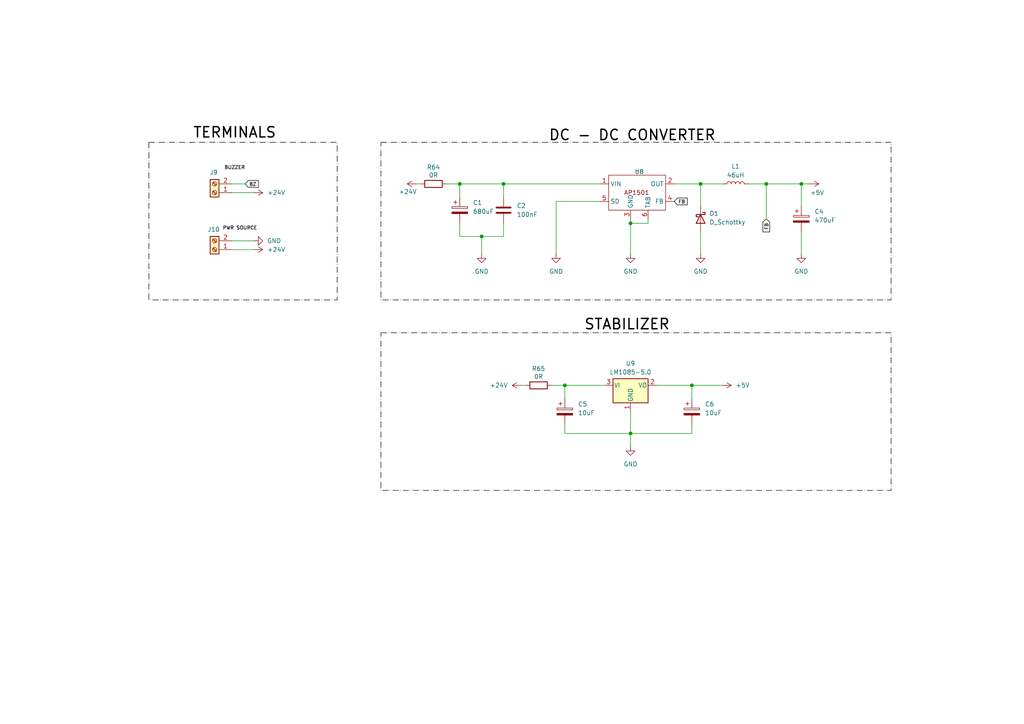
<source format=kicad_sch>
(kicad_sch (version 20231120) (generator "eeschema") (generator_version "8.0")
  (paper "A4")
  (lib_symbols
    (symbol "Connector:Screw_Terminal_01x02" (pin_names (offset 1.016) hide)
      (property "Reference" "J" (at 0 2.54 0))
      (property "Value" "Screw_Terminal_01x02" (at 0 -5.08 0))
      (symbol "Screw_Terminal_01x02_1_1"
        (rectangle (start -1.27 1.27) (end 1.27 -3.81) (stroke (width 0.254)) (fill (type background)))
        (circle (center 0 -2.54) (radius 0.635) (stroke (width 0.1524)))
        (polyline (pts (xy -0.5334 -2.2098) (xy 0.3302 -3.048)) (stroke (width 0.1524)))
        (polyline (pts (xy -0.5334 0.3302) (xy 0.3302 -0.508)) (stroke (width 0.1524)))
        (polyline (pts (xy -0.3556 -2.032) (xy 0.508 -2.8702)) (stroke (width 0.1524)))
        (polyline (pts (xy -0.3556 0.508) (xy 0.508 -0.3302)) (stroke (width 0.1524)))
        (circle (center 0 0) (radius 0.635) (stroke (width 0.1524)))
        (pin passive line (at -5.08 0 0) (length 3.81) (name "Pin_1") (number "1"))
        (pin passive line (at -5.08 -2.54 0) (length 3.81) (name "Pin_2") (number "2"))
      )
    )
    (symbol "Device:C" (pin_numbers hide) (pin_names (offset 0.254))
      (property "Reference" "C" (at 0.635 2.54 0))
      (property "Value" "C" (at 0.635 -2.54 0))
      (symbol "C_0_1"
        (polyline (pts (xy -2.032 -0.762) (xy 2.032 -0.762)) (stroke (width 0.508)))
        (polyline (pts (xy -2.032 0.762) (xy 2.032 0.762)) (stroke (width 0.508)))
      )
      (symbol "C_1_1"
        (pin passive line (at 0 3.81 270) (length 2.794) (name "~") (number "1"))
        (pin passive line (at 0 -3.81 90) (length 2.794) (name "~") (number "2"))
      )
    )
    (symbol "Device:C_Polarized" (pin_numbers hide) (pin_names (offset 0.254))
      (property "Reference" "C" (at 0.635 2.54 0))
      (property "Value" "C_Polarized" (at 0.635 -2.54 0))
      (symbol "C_Polarized_0_1"
        (rectangle (start -2.286 0.508) (end 2.286 1.016))
        (polyline (pts (xy -1.778 2.286) (xy -0.762 2.286)))
        (polyline (pts (xy -1.27 2.794) (xy -1.27 1.778)))
        (rectangle (start 2.286 -0.508) (end -2.286 -1.016) (fill (type outline)))
      )
      (symbol "C_Polarized_1_1"
        (pin passive line (at 0 3.81 270) (length 2.794) (name "~") (number "1"))
        (pin passive line (at 0 -3.81 90) (length 2.794) (name "~") (number "2"))
      )
    )
    (symbol "Device:D_Schottky" (pin_numbers hide) (pin_names (offset 1.016) hide)
      (property "Reference" "D" (at 0 2.54 0))
      (property "Value" "D_Schottky" (at 0 -2.54 0))
      (symbol "D_Schottky_0_1"
        (polyline (pts (xy 1.27 0) (xy -1.27 0)))
        (polyline (pts (xy 1.27 1.27) (xy 1.27 -1.27) (xy -1.27 0) (xy 1.27 1.27)) (stroke (width 0.254)))
        (polyline (pts (xy -1.905 0.635) (xy -1.905 1.27) (xy -1.27 1.27) (xy -1.27 -1.27) (xy -0.635 -1.27) (xy -0.635 -0.635)) (stroke (width 0.254)))
      )
      (symbol "D_Schottky_1_1"
        (pin passive line (at -3.81 0 0) (length 2.54) (name "K") (number "1"))
        (pin passive line (at 3.81 0 180) (length 2.54) (name "A") (number "2"))
      )
    )
    (symbol "Device:L" (pin_numbers hide) (pin_names (offset 1.016) hide)
      (property "Reference" "L" (at -1.27 0 90))
      (property "Value" "L" (at 1.905 0 90))
      (symbol "L_0_1"
        (arc (start 0 -2.54) (mid 0.6323 -1.905) (end 0 -1.27))
        (arc (start 0 -1.27) (mid 0.6323 -0.635) (end 0 0))
        (arc (start 0 0) (mid 0.6323 0.635) (end 0 1.27))
        (arc (start 0 1.27) (mid 0.6323 1.905) (end 0 2.54))
      )
      (symbol "L_1_1"
        (pin passive line (at 0 3.81 270) (length 1.27) (name "1") (number "1"))
        (pin passive line (at 0 -3.81 90) (length 1.27) (name "2") (number "2"))
      )
    )
    (symbol "Device:R" (pin_numbers hide) (pin_names (offset 0))
      (property "Reference" "R" (at 2.032 0 90))
      (property "Value" "R" (at 0 0 90))
      (symbol "R_0_1"
        (rectangle (start -1.016 -2.54) (end 1.016 2.54) (stroke (width 0.254)))
      )
      (symbol "R_1_1"
        (pin passive line (at 0 3.81 270) (length 1.27) (name "~") (number "1"))
        (pin passive line (at 0 -3.81 90) (length 1.27) (name "~") (number "2"))
      )
    )
    (symbol "Regulator_Linear:LM1085-5.0" (pin_names (offset 0.254))
      (property "Reference" "U" (at -3.81 3.175 0))
      (property "Value" "LM1085-5.0" (at 0 3.175 0))
      (symbol "LM1085-5.0_0_1"
        (rectangle (start -5.08 1.905) (end 5.08 -5.08) (stroke (width 0.254)) (fill (type background)))
      )
      (symbol "LM1085-5.0_1_1"
        (pin power_in line (at 0 -7.62 90) (length 2.54) (name "GND") (number "1"))
        (pin power_out line (at 7.62 0 180) (length 2.54) (name "VO") (number "2"))
        (pin power_in line (at -7.62 0 0) (length 2.54) (name "VI") (number "3"))
      )
    )
    (symbol "SchrackThingy_library:AP1501"
      (property "Reference" "U?" (at -0.635 7.62 0))
      (property "Value" "~" (at -0.635 6.35 0))
      (symbol "AP1501_0_1"
        (rectangle (start -8.89 5.08) (end 7.62 -5.08))
      )
      (symbol "AP1501_1_1"
        (text "AP1501" (at -0.762 0 0) (effects (font (size 1.27 1.27))))
        (pin input line (at -11.43 2.54 0) (length 2.54) (name "VIN") (number "1"))
        (pin output line (at 10.16 2.54 180) (length 2.54) (name "OUT") (number "2"))
        (pin input line (at -2.54 -7.62 90) (length 2.54) (name "GND") (number "3"))
        (pin input line (at 10.16 -2.54 180) (length 2.54) (name "FB") (number "4"))
        (pin input line (at -11.43 -2.54 0) (length 2.54) (name "SD") (number "5"))
        (pin input line (at 2.54 -7.62 90) (length 2.54) (name "TAB") (number "6"))
      )
    )
    (symbol "power:+24V" (power) (pin_numbers hide) (pin_names (offset 0) hide)
      (property "Value" "+24V" (at 0 3.556 0))
      (symbol "+24V_0_1"
        (polyline (pts (xy -0.762 1.27) (xy 0 2.54)))
        (polyline (pts (xy 0 0) (xy 0 2.54)))
        (polyline (pts (xy 0 2.54) (xy 0.762 1.27)))
      )
      (symbol "+24V_1_1"
        (pin power_in line (at 0 0 90) (length 0) (name "~") (number "1"))
      )
    )
    (symbol "power:+5V" (power) (pin_numbers hide) (pin_names (offset 0) hide)
      (property "Value" "+5V" (at 0 3.556 0))
      (symbol "+5V_0_1"
        (polyline (pts (xy -0.762 1.27) (xy 0 2.54)))
        (polyline (pts (xy 0 0) (xy 0 2.54)))
        (polyline (pts (xy 0 2.54) (xy 0.762 1.27)))
      )
      (symbol "+5V_1_1"
        (pin power_in line (at 0 0 90) (length 0) (name "~") (number "1"))
      )
    )
    (symbol "power:GND" (power) (pin_numbers hide) (pin_names (offset 0) hide)
      (property "Value" "GND" (at 0 -3.81 0))
      (symbol "GND_0_1"
        (polyline (pts (xy 0 0) (xy 0 -1.27) (xy 1.27 -1.27) (xy 0 -2.54) (xy -1.27 -1.27) (xy 0 -1.27)))
      )
      (symbol "GND_1_1"
        (pin power_in line (at 0 0 270) (length 0) (name "~") (number "1"))
      )
    )
  )
  (junction (at 163.83 111.76))
  (junction (at 222.25 53.34))
  (junction (at 133.35 53.34))
  (junction (at 200.66 111.76))
  (junction (at 182.88 125.73))
  (junction (at 232.41 53.34))
  (junction (at 203.2 53.34))
  (junction (at 182.88 64.77))
  (junction (at 146.05 53.34))
  (junction (at 139.7 68.58))
  (wire (pts (xy 73.66 72.39) (xy 67.31 72.39)))
  (wire (pts (xy 146.05 53.34) (xy 173.99 53.34)))
  (wire (pts (xy 182.88 63.5) (xy 182.88 64.77)))
  (wire (pts (xy 200.66 111.76) (xy 200.66 115.57)))
  (wire (pts (xy 73.66 55.88) (xy 67.31 55.88)))
  (wire (pts (xy 71.12 53.34) (xy 67.31 53.34)))
  (wire (pts (xy 182.88 125.73) (xy 200.66 125.73)))
  (wire (pts (xy 161.29 58.42) (xy 161.29 73.66)))
  (wire (pts (xy 73.66 69.85) (xy 67.31 69.85)))
  (wire (pts (xy 222.25 53.34) (xy 222.25 63.5)))
  (wire (pts (xy 232.41 73.66) (xy 232.41 67.31)))
  (wire (pts (xy 129.54 53.34) (xy 133.35 53.34)))
  (wire (pts (xy 190.5 111.76) (xy 200.66 111.76)))
  (wire (pts (xy 151.13 111.76) (xy 152.4 111.76)))
  (wire (pts (xy 133.35 53.34) (xy 133.35 57.15)))
  (wire (pts (xy 232.41 53.34) (xy 222.25 53.34)))
  (wire (pts (xy 146.05 64.77) (xy 146.05 68.58)))
  (wire (pts (xy 146.05 68.58) (xy 139.7 68.58)))
  (wire (pts (xy 182.88 64.77) (xy 182.88 73.66)))
  (wire (pts (xy 163.83 125.73) (xy 163.83 123.19)))
  (wire (pts (xy 182.88 64.77) (xy 187.96 64.77)))
  (wire (pts (xy 133.35 68.58) (xy 133.35 64.77)))
  (wire (pts (xy 182.88 125.73) (xy 182.88 129.54)))
  (wire (pts (xy 187.96 64.77) (xy 187.96 63.5)))
  (wire (pts (xy 222.25 53.34) (xy 217.17 53.34)))
  (wire (pts (xy 182.88 119.38) (xy 182.88 125.73)))
  (wire (pts (xy 200.66 125.73) (xy 200.66 123.19)))
  (wire (pts (xy 160.02 111.76) (xy 163.83 111.76)))
  (wire (pts (xy 163.83 125.73) (xy 182.88 125.73)))
  (wire (pts (xy 234.95 53.34) (xy 232.41 53.34)))
  (wire (pts (xy 203.2 53.34) (xy 209.55 53.34)))
  (wire (pts (xy 195.58 53.34) (xy 203.2 53.34)))
  (wire (pts (xy 139.7 68.58) (xy 133.35 68.58)))
  (wire (pts (xy 120.65 53.34) (xy 121.92 53.34)))
  (wire (pts (xy 203.2 59.69) (xy 203.2 53.34)))
  (wire (pts (xy 232.41 59.69) (xy 232.41 53.34)))
  (wire (pts (xy 139.7 68.58) (xy 139.7 73.66)))
  (wire (pts (xy 133.35 53.34) (xy 146.05 53.34)))
  (wire (pts (xy 200.66 111.76) (xy 209.55 111.76)))
  (wire (pts (xy 203.2 73.66) (xy 203.2 67.31)))
  (wire (pts (xy 146.05 53.34) (xy 146.05 57.15)))
  (wire (pts (xy 175.26 111.76) (xy 163.83 111.76)))
  (wire (pts (xy 163.83 111.76) (xy 163.83 115.57)))
  (wire (pts (xy 161.29 58.42) (xy 173.99 58.42)))
  (rectangle (start 110.49 96.52) (end 258.445 142.24) (stroke (width 0) (type dash_dot) (color 0 0 0 1)))
  (rectangle (start 110.49 41.275) (end 258.445 86.995) (stroke (width 0) (type dash_dot) (color 0 0 0 1)))
  (rectangle (start 43.18 41.275) (end 97.79 86.995) (stroke (width 0) (type dash_dot) (color 0 0 0 1)))
  (text "TERMINALS" (at 68.072 38.608 0) (effects (font (size 3 3) (thickness 0.4) (bold yes))))
  (text "DC - DC CONVERTER" (at 183.388 39.37 0) (effects (font (size 3 3) (thickness 0.4) (bold yes))))
  (text "BUZZER" (at 68.072 48.768 0) (effects (font (size 1 1))))
  (text "PWR SOURCE" (at 69.596 66.294 0) (effects (font (size 1 1))))
  (text "STABILIZER" (at 181.864 94.234 0) (effects (font (size 3 3) (thickness 0.4) (bold yes))))
  (global_label "FB" (shape input) (at 195.58 58.42 0) (effects (font (size 1 1))) (property "Intersheetrefs" "${INTERSHEET_REFS}" (effects (hide yes))))
  (global_label "FB" (shape input) (at 222.25 63.5 270) (effects (font (size 1 1))) (property "Intersheetrefs" "${INTERSHEET_REFS}" (effects (hide yes))))
  (global_label "BZ" (shape input) (at 71.12 53.34 0) (effects (font (size 1 1))) (property "Intersheetrefs" "${INTERSHEET_REFS}" (effects (hide yes))))
  (symbol (lib_id "Device:C_Polarized") (at 163.83 119.38 0) (unit 1)
    (property "Reference" "C5" (at 167.64 117.2209 0) (effects (justify left)))
    (property "Value" "10uF" (at 167.64 119.7609 0) (effects (justify left)))
    (property "Footprint" "Capacitor_Tantalum_SMD:CP_EIA-3216-18_Kemet-A_Pad1.58x1.35mm_HandSolder" (effects (hide yes)))
    (property "Description" "Polarized capacitor" (effects (hide yes)))
  )
  (symbol (lib_id "power:+24V") (at 151.13 111.76 90) (unit 1)
    (property "Reference" "#PWR092" (effects (hide yes)))
    (property "Value" "+24V" (at 147.32 111.7599 90) (effects (justify left)))
    (property "Description" "Power symbol creates a global label with name \"+24V\"" (effects (hide yes)))
  )
  (symbol (lib_id "Device:D_Schottky") (at 203.2 63.5 270) (unit 1)
    (property "Reference" "D1" (at 205.74 61.9124 90) (effects (justify left)))
    (property "Value" "D_Schottky" (at 205.74 64.4524 90) (effects (justify left)))
    (property "Footprint" "Diode_SMD:D_1206_3216Metric_Pad1.42x1.75mm_HandSolder" (effects (hide yes)))
    (property "Description" "Schottky diode" (effects (hide yes)))
  )
  (symbol (lib_id "power:+24V") (at 120.65 53.34 90) (unit 1)
    (property "Reference" "#PWR074" (effects (hide yes)))
    (property "Value" "+24V" (at 120.904 55.626 90) (effects (justify left)))
    (property "Description" "Power symbol creates a global label with name \"+24V\"" (effects (hide yes)))
  )
  (symbol (lib_id "power:+24V") (at 73.66 55.88 270) (unit 1)
    (property "Reference" "#PWR071" (effects (hide yes)))
    (property "Value" "+24V" (at 77.47 55.8799 90) (effects (justify left)))
    (property "Description" "Power symbol creates a global label with name \"+24V\"" (effects (hide yes)))
  )
  (symbol (lib_id "power:GND") (at 73.66 69.85 90) (unit 1)
    (property "Reference" "#PWR072" (effects (hide yes)))
    (property "Value" "GND" (at 77.47 69.8499 90) (effects (justify right)))
    (property "Description" "Power symbol creates a global label with name \"GND\" , ground" (effects (hide yes)))
  )
  (symbol (lib_id "power:GND") (at 161.29 73.66 0) (unit 1)
    (property "Reference" "#PWR076" (effects (hide yes)))
    (property "Value" "GND" (at 161.29 78.74 0))
    (property "Description" "Power symbol creates a global label with name \"GND\" , ground" (effects (hide yes)))
  )
  (symbol (lib_id "Device:C_Polarized") (at 133.35 60.96 0) (unit 1)
    (property "Reference" "C1" (at 137.16 58.8009 0) (effects (justify left)))
    (property "Value" "680uF" (at 137.16 61.3409 0) (effects (justify left)))
    (property "Footprint" "SchrackThingyV2_library:12.5mm_cap" (effects (hide yes)))
    (property "Description" "Polarized capacitor" (effects (hide yes)))
  )
  (symbol (lib_id "power:+5V") (at 234.95 53.34 270) (unit 1)
    (property "Reference" "#PWR082" (effects (hide yes)))
    (property "Value" "+5V" (at 234.95 55.88 90) (effects (justify left)))
    (property "Description" "Power symbol creates a global label with name \"+5V\"" (effects (hide yes)))
  )
  (symbol (lib_id "power:GND") (at 139.7 73.66 0) (unit 1)
    (property "Reference" "#PWR075" (effects (hide yes)))
    (property "Value" "GND" (at 139.7 78.74 0))
    (property "Description" "Power symbol creates a global label with name \"GND\" , ground" (effects (hide yes)))
  )
  (symbol (lib_id "Connector:Screw_Terminal_01x02") (at 62.23 72.39 180) (unit 1)
    (property "Reference" "J10" (at 61.976 66.548 0))
    (property "Value" "Screw_Terminal_01x02" (effects (hide yes)))
    (property "Footprint" "TerminalBlock_RND:TerminalBlock_RND_205-00067_1x02_P7.50mm_Horizontal" (effects (hide yes)))
    (property "Description" "Generic screw terminal, single row, 01x02, script generated (kicad-library-utils/schlib/autogen/connector/)" (effects (hide yes)))
  )
  (symbol (lib_id "power:GND") (at 182.88 73.66 0) (unit 1)
    (property "Reference" "#PWR077" (effects (hide yes)))
    (property "Value" "GND" (at 182.88 78.74 0))
    (property "Description" "Power symbol creates a global label with name \"GND\" , ground" (effects (hide yes)))
  )
  (symbol (lib_id "power:GND") (at 182.88 129.54 0) (unit 1)
    (property "Reference" "#PWR093" (effects (hide yes)))
    (property "Value" "GND" (at 182.88 134.62 0))
    (property "Description" "Power symbol creates a global label with name \"GND\" , ground" (effects (hide yes)))
  )
  (symbol (lib_id "power:+5V") (at 209.55 111.76 270) (unit 1)
    (property "Reference" "#PWR094" (effects (hide yes)))
    (property "Value" "+5V" (at 213.36 111.7599 90) (effects (justify left)))
    (property "Description" "Power symbol creates a global label with name \"+5V\"" (effects (hide yes)))
  )
  (symbol (lib_id "Device:R") (at 125.73 53.34 90) (unit 1)
    (property "Reference" "R64" (at 125.73 48.514 90))
    (property "Value" "0R" (at 125.73 50.8 90))
    (property "Footprint" "Resistor_SMD:R_1206_3216Metric_Pad1.30x1.75mm_HandSolder" (effects (hide yes)))
    (property "Description" "Resistor" (effects (hide yes)))
  )
  (symbol (lib_id "Device:C_Polarized") (at 200.66 119.38 0) (unit 1)
    (property "Reference" "C6" (at 204.47 117.2209 0) (effects (justify left)))
    (property "Value" "10uF" (at 204.47 119.7609 0) (effects (justify left)))
    (property "Footprint" "Capacitor_Tantalum_SMD:CP_EIA-3216-18_Kemet-A_Pad1.58x1.35mm_HandSolder" (effects (hide yes)))
    (property "Description" "Polarized capacitor" (effects (hide yes)))
  )
  (symbol (lib_id "Device:L") (at 213.36 53.34 90) (unit 1)
    (property "Reference" "L1" (at 213.36 48.26 90))
    (property "Value" "46uH" (at 213.36 50.8 90))
    (property "Footprint" "Inductor_SMD:L_12x12mm_H8mm" (effects (hide yes)))
    (property "Description" "Inductor" (effects (hide yes)))
  )
  (symbol (lib_id "power:+24V") (at 73.66 72.39 270) (unit 1)
    (property "Reference" "#PWR073" (effects (hide yes)))
    (property "Value" "+24V" (at 77.47 72.3899 90) (effects (justify left)))
    (property "Description" "Power symbol creates a global label with name \"+24V\"" (effects (hide yes)))
  )
  (symbol (lib_id "Device:C") (at 146.05 60.96 0) (unit 1)
    (property "Reference" "C2" (at 149.86 59.6899 0) (effects (justify left)))
    (property "Value" "100nF" (at 149.86 62.2299 0) (effects (justify left)))
    (property "Footprint" "Capacitor_SMD:C_0805_2012Metric_Pad1.18x1.45mm_HandSolder" (effects (hide yes)))
    (property "Description" "Unpolarized capacitor" (effects (hide yes)))
  )
  (symbol (lib_id "power:GND") (at 203.2 73.66 0) (unit 1)
    (property "Reference" "#PWR078" (effects (hide yes)))
    (property "Value" "GND" (at 203.2 78.74 0))
    (property "Description" "Power symbol creates a global label with name \"GND\" , ground" (effects (hide yes)))
  )
  (symbol (lib_id "Device:R") (at 156.21 111.76 90) (unit 1)
    (property "Reference" "R65" (at 156.21 106.934 90))
    (property "Value" "0R" (at 156.21 109.22 90))
    (property "Footprint" "Resistor_SMD:R_1206_3216Metric_Pad1.30x1.75mm_HandSolder" (effects (hide yes)))
    (property "Description" "Resistor" (effects (hide yes)))
  )
  (symbol (lib_id "power:GND") (at 232.41 73.66 0) (unit 1)
    (property "Reference" "#PWR081" (effects (hide yes)))
    (property "Value" "GND" (at 232.41 78.74 0))
    (property "Description" "Power symbol creates a global label with name \"GND\" , ground" (effects (hide yes)))
  )
  (symbol (lib_id "SchrackThingy_library:AP1501") (at 185.42 55.88 0) (unit 1)
    (property "Reference" "U8" (at 185.42 49.784 0))
    (property "Value" "~" (at 184.785 49.53 0))
    (property "Footprint" "Package_TO_SOT_SMD:TO-263-5_TabPin6" (effects (hide yes)))
  )
  (symbol (lib_id "Device:C_Polarized") (at 232.41 63.5 0) (unit 1)
    (property "Reference" "C4" (at 236.22 61.3409 0) (effects (justify left)))
    (property "Value" "470uF" (at 236.22 63.8809 0) (effects (justify left)))
    (property "Footprint" "SchrackThingyV2_library:12.5mm_cap" (effects (hide yes)))
    (property "Description" "Polarized capacitor" (effects (hide yes)))
  )
  (symbol (lib_id "Connector:Screw_Terminal_01x02") (at 62.23 55.88 180) (unit 1)
    (property "Reference" "J9" (at 61.976 50.038 0))
    (property "Value" "Screw_Terminal_01x02" (effects (hide yes)))
    (property "Footprint" "TerminalBlock_RND:TerminalBlock_RND_205-00067_1x02_P7.50mm_Horizontal" (effects (hide yes)))
    (property "Description" "Generic screw terminal, single row, 01x02, script generated (kicad-library-utils/schlib/autogen/connector/)" (effects (hide yes)))
  )
  (symbol (lib_id "Regulator_Linear:LM1085-5.0") (at 182.88 111.76 0) (unit 1)
    (property "Reference" "U9" (at 182.88 105.41 0))
    (property "Value" "LM1085-5.0" (at 182.88 107.95 0))
    (property "Footprint" "Package_TO_SOT_THT:TO-220-3_Vertical" (effects (hide yes)))
    (property "Datasheet" "http://www.ti.com/lit/ds/symlink/lm1085.pdf" (effects (hide yes)))
    (property "Description" "3A 25V Linear Regulator, Fixed Output 5.0V, TO-220/TO-263" (effects (hide yes)))
  )
)
</source>
